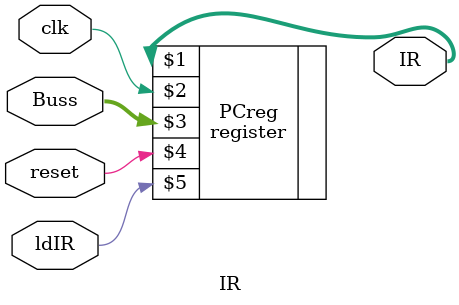
<source format=v>
`timescale 1ns / 1ps
module IR(clk,ldIR,reset,Buss,IR);
input clk,ldIR,reset;
input[15:0] Buss;
output[15:0] IR;

//module register(dout, clk, din, clear, writeEn);
register PCreg(IR,clk,Buss,reset,ldIR);

endmodule

</source>
